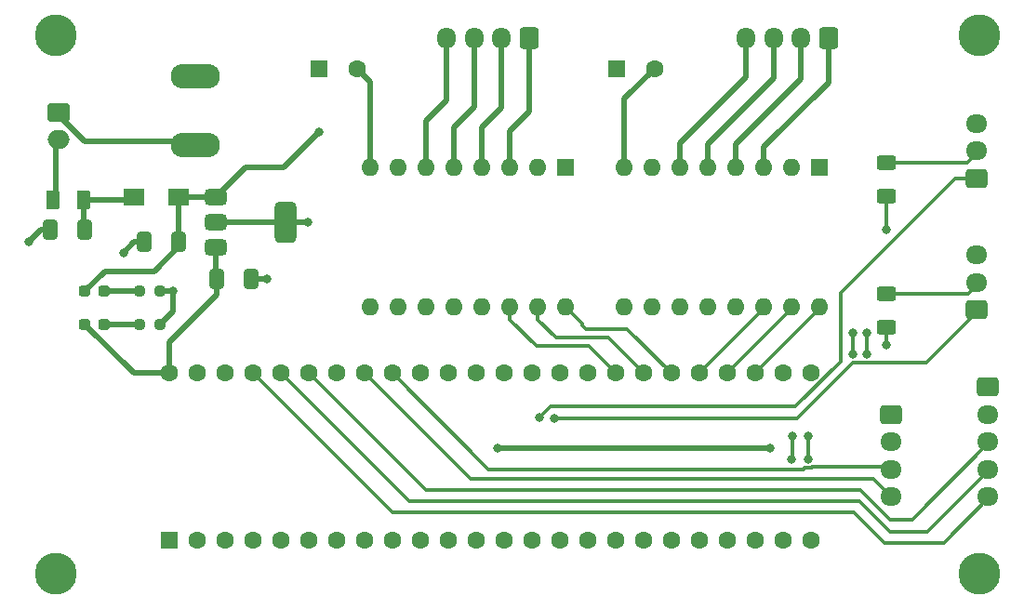
<source format=gbr>
%TF.GenerationSoftware,KiCad,Pcbnew,9.0.0*%
%TF.CreationDate,2025-03-09T21:01:43-04:00*%
%TF.ProjectId,RobocupSwinderPCB,526f626f-6375-4705-9377-696e64657250,1*%
%TF.SameCoordinates,Original*%
%TF.FileFunction,Copper,L1,Top*%
%TF.FilePolarity,Positive*%
%FSLAX46Y46*%
G04 Gerber Fmt 4.6, Leading zero omitted, Abs format (unit mm)*
G04 Created by KiCad (PCBNEW 9.0.0) date 2025-03-09 21:01:43*
%MOMM*%
%LPD*%
G01*
G04 APERTURE LIST*
G04 Aperture macros list*
%AMRoundRect*
0 Rectangle with rounded corners*
0 $1 Rounding radius*
0 $2 $3 $4 $5 $6 $7 $8 $9 X,Y pos of 4 corners*
0 Add a 4 corners polygon primitive as box body*
4,1,4,$2,$3,$4,$5,$6,$7,$8,$9,$2,$3,0*
0 Add four circle primitives for the rounded corners*
1,1,$1+$1,$2,$3*
1,1,$1+$1,$4,$5*
1,1,$1+$1,$6,$7*
1,1,$1+$1,$8,$9*
0 Add four rect primitives between the rounded corners*
20,1,$1+$1,$2,$3,$4,$5,0*
20,1,$1+$1,$4,$5,$6,$7,0*
20,1,$1+$1,$6,$7,$8,$9,0*
20,1,$1+$1,$8,$9,$2,$3,0*%
G04 Aperture macros list end*
%TA.AperFunction,ComponentPad*%
%ADD10RoundRect,0.250000X0.725000X-0.600000X0.725000X0.600000X-0.725000X0.600000X-0.725000X-0.600000X0*%
%TD*%
%TA.AperFunction,ComponentPad*%
%ADD11O,1.950000X1.700000*%
%TD*%
%TA.AperFunction,SMDPad,CuDef*%
%ADD12RoundRect,0.250000X0.625000X-0.400000X0.625000X0.400000X-0.625000X0.400000X-0.625000X-0.400000X0*%
%TD*%
%TA.AperFunction,ComponentPad*%
%ADD13R,1.600000X1.600000*%
%TD*%
%TA.AperFunction,ComponentPad*%
%ADD14C,1.600000*%
%TD*%
%TA.AperFunction,SMDPad,CuDef*%
%ADD15RoundRect,0.237500X0.287500X0.237500X-0.287500X0.237500X-0.287500X-0.237500X0.287500X-0.237500X0*%
%TD*%
%TA.AperFunction,ComponentPad*%
%ADD16C,3.800000*%
%TD*%
%TA.AperFunction,SMDPad,CuDef*%
%ADD17RoundRect,0.237500X-0.250000X-0.237500X0.250000X-0.237500X0.250000X0.237500X-0.250000X0.237500X0*%
%TD*%
%TA.AperFunction,ComponentPad*%
%ADD18RoundRect,0.250000X-0.725000X0.600000X-0.725000X-0.600000X0.725000X-0.600000X0.725000X0.600000X0*%
%TD*%
%TA.AperFunction,ComponentPad*%
%ADD19RoundRect,0.250000X-0.750000X0.600000X-0.750000X-0.600000X0.750000X-0.600000X0.750000X0.600000X0*%
%TD*%
%TA.AperFunction,ComponentPad*%
%ADD20O,2.000000X1.700000*%
%TD*%
%TA.AperFunction,ComponentPad*%
%ADD21O,1.600000X1.600000*%
%TD*%
%TA.AperFunction,ComponentPad*%
%ADD22O,4.500000X2.250000*%
%TD*%
%TA.AperFunction,SMDPad,CuDef*%
%ADD23R,1.900000X1.500000*%
%TD*%
%TA.AperFunction,ComponentPad*%
%ADD24RoundRect,0.250000X0.600000X0.725000X-0.600000X0.725000X-0.600000X-0.725000X0.600000X-0.725000X0*%
%TD*%
%TA.AperFunction,ComponentPad*%
%ADD25O,1.700000X1.950000*%
%TD*%
%TA.AperFunction,SMDPad,CuDef*%
%ADD26RoundRect,0.250000X-0.412500X-0.650000X0.412500X-0.650000X0.412500X0.650000X-0.412500X0.650000X0*%
%TD*%
%TA.AperFunction,SMDPad,CuDef*%
%ADD27RoundRect,0.375000X-0.625000X-0.375000X0.625000X-0.375000X0.625000X0.375000X-0.625000X0.375000X0*%
%TD*%
%TA.AperFunction,SMDPad,CuDef*%
%ADD28RoundRect,0.500000X-0.500000X-1.400000X0.500000X-1.400000X0.500000X1.400000X-0.500000X1.400000X0*%
%TD*%
%TA.AperFunction,SMDPad,CuDef*%
%ADD29RoundRect,0.250000X0.412500X0.650000X-0.412500X0.650000X-0.412500X-0.650000X0.412500X-0.650000X0*%
%TD*%
%TA.AperFunction,SMDPad,CuDef*%
%ADD30RoundRect,0.250000X-0.375000X-0.625000X0.375000X-0.625000X0.375000X0.625000X-0.375000X0.625000X0*%
%TD*%
%TA.AperFunction,ViaPad*%
%ADD31C,0.800000*%
%TD*%
%TA.AperFunction,Conductor*%
%ADD32C,0.300000*%
%TD*%
%TA.AperFunction,Conductor*%
%ADD33C,0.500000*%
%TD*%
G04 APERTURE END LIST*
D10*
%TO.P,SW2,1,C*%
%TO.N,/LSEnd_Pin_8*%
X177300000Y-91000000D03*
D11*
%TO.P,SW2,2,NO*%
%TO.N,/NO_LS2*%
X177300000Y-88500000D03*
%TO.P,SW2,3,NC*%
%TO.N,GND*%
X177300000Y-86000000D03*
%TD*%
D12*
%TO.P,R1,1*%
%TO.N,+3.3V*%
X169075000Y-80650000D03*
%TO.P,R1,2*%
%TO.N,/NO_LS1*%
X169075000Y-77550000D03*
%TD*%
D13*
%TO.P,C2,1*%
%TO.N,VCC*%
X144500000Y-69000000D03*
D14*
%TO.P,C2,2*%
%TO.N,Net-(A2-VMOT)*%
X148000000Y-69000000D03*
%TD*%
D10*
%TO.P,SW1,1,C*%
%TO.N,/LSStart_Pin_7*%
X177300000Y-79000000D03*
D11*
%TO.P,SW1,2,NO*%
%TO.N,/NO_LS1*%
X177300000Y-76500000D03*
%TO.P,SW1,3,NC*%
%TO.N,GND*%
X177300000Y-74000000D03*
%TD*%
D15*
%TO.P,D1,1,K*%
%TO.N,Net-(D1-K)*%
X97862500Y-89300000D03*
%TO.P,D1,2,A*%
%TO.N,VCC*%
X96112500Y-89300000D03*
%TD*%
D16*
%TO.P,H4,1,1*%
%TO.N,GND*%
X93500000Y-115000000D03*
%TD*%
D17*
%TO.P,R3,1*%
%TO.N,Net-(D1-K)*%
X101075000Y-89300000D03*
%TO.P,R3,2*%
%TO.N,GND*%
X102900000Y-89300000D03*
%TD*%
D18*
%TO.P,LCD1,1,GND*%
%TO.N,GND*%
X169500000Y-100500000D03*
D11*
%TO.P,LCD1,2,VCC*%
%TO.N,+5V*%
X169500000Y-103000000D03*
%TO.P,LCD1,3,SDA*%
%TO.N,/LCD_SDA_Pin_18*%
X169500000Y-105500000D03*
%TO.P,LCD1,4,SCL*%
%TO.N,/LCD_SCL_Pin_19*%
X169500000Y-108000000D03*
%TD*%
D16*
%TO.P,H2,1,1*%
%TO.N,GND*%
X177500000Y-66000000D03*
%TD*%
D19*
%TO.P,SW3,1,A*%
%TO.N,Net-(SW3-A)*%
X93700000Y-73000000D03*
D20*
%TO.P,SW3,2,B*%
%TO.N,Net-(SW3-B)*%
X93700000Y-75500000D03*
%TD*%
D13*
%TO.P,U1,1,GND*%
%TO.N,GND*%
X103800000Y-111990000D03*
D14*
%TO.P,U1,2,0_RX1_CRX2_CS1*%
%TO.N,unconnected-(U1-0_RX1_CRX2_CS1-Pad2)*%
X106340000Y-111990000D03*
%TO.P,U1,3,1_TX1_CTX2_MISO1*%
%TO.N,unconnected-(U1-1_TX1_CTX2_MISO1-Pad3)*%
X108880000Y-111990000D03*
%TO.P,U1,4,2_OUT2*%
%TO.N,unconnected-(U1-2_OUT2-Pad4)*%
X111420000Y-111990000D03*
%TO.P,U1,5,3_LRCLK2*%
%TO.N,unconnected-(U1-3_LRCLK2-Pad5)*%
X113960000Y-111990000D03*
%TO.P,U1,6,4_BCLK2*%
%TO.N,unconnected-(U1-4_BCLK2-Pad6)*%
X116500000Y-111990000D03*
%TO.P,U1,7,5_IN2*%
%TO.N,/LSStart_Pin_7*%
X119040000Y-111990000D03*
%TO.P,U1,8,6_OUT1D*%
%TO.N,/LSEnd_Pin_8*%
X121580000Y-111990000D03*
%TO.P,U1,9,7_RX2_OUT1A*%
%TO.N,unconnected-(U1-7_RX2_OUT1A-Pad9)*%
X124120000Y-111990000D03*
%TO.P,U1,10,8_TX2_IN1*%
%TO.N,unconnected-(U1-8_TX2_IN1-Pad10)*%
X126660000Y-111990000D03*
%TO.P,U1,11,9_OUT1C*%
%TO.N,unconnected-(U1-9_OUT1C-Pad11)*%
X129200000Y-111990000D03*
%TO.P,U1,12,10_CS_MQSR*%
%TO.N,unconnected-(U1-10_CS_MQSR-Pad12)*%
X131740000Y-111990000D03*
%TO.P,U1,13,11_MOSI_CTX1*%
%TO.N,unconnected-(U1-11_MOSI_CTX1-Pad13)*%
X134280000Y-111990000D03*
%TO.P,U1,14,12_MISO_MQSL*%
%TO.N,unconnected-(U1-12_MISO_MQSL-Pad14)*%
X136820000Y-111990000D03*
%TO.P,U1,15,3V3*%
%TO.N,unconnected-(U1-3V3-Pad15)*%
X139360000Y-111990000D03*
%TO.P,U1,16,24_A10_TX6_SCL2*%
%TO.N,unconnected-(U1-24_A10_TX6_SCL2-Pad16)*%
X141900000Y-111990000D03*
%TO.P,U1,17,25_A11_RX6_SDA2*%
%TO.N,unconnected-(U1-25_A11_RX6_SDA2-Pad17)*%
X144440000Y-111990000D03*
%TO.P,U1,18,26_A12_MOSI1*%
%TO.N,unconnected-(U1-26_A12_MOSI1-Pad18)*%
X146980000Y-111990000D03*
%TO.P,U1,19,27_A13_SCK1*%
%TO.N,unconnected-(U1-27_A13_SCK1-Pad19)*%
X149520000Y-111990000D03*
%TO.P,U1,20,28_RX7*%
%TO.N,unconnected-(U1-28_RX7-Pad20)*%
X152060000Y-111990000D03*
%TO.P,U1,21,29_TX7*%
%TO.N,/Feed_FLT_Pin_21*%
X154600000Y-111990000D03*
%TO.P,U1,22,30_CRX3*%
%TO.N,/Coil_FLT_Pin_22*%
X157140000Y-111990000D03*
%TO.P,U1,23,31_CTX3*%
%TO.N,unconnected-(U1-31_CTX3-Pad23)*%
X159680000Y-111990000D03*
%TO.P,U1,24,32_OUT1B*%
%TO.N,unconnected-(U1-32_OUT1B-Pad24)*%
X162220000Y-111990000D03*
%TO.P,U1,25,33_MCLK2*%
%TO.N,unconnected-(U1-33_MCLK2-Pad25)*%
X162220000Y-96750000D03*
%TO.P,U1,26,34_RX8*%
%TO.N,unconnected-(U1-34_RX8-Pad26)*%
X159680000Y-96750000D03*
%TO.P,U1,27,35_TX8*%
%TO.N,/Coil_DIR_Pin_35*%
X157140000Y-96750000D03*
%TO.P,U1,28,36_CS*%
%TO.N,/Coil_STEP_Pin_36*%
X154600000Y-96750000D03*
%TO.P,U1,29,37_CS*%
%TO.N,/Coil_SLP_Pin_37*%
X152060000Y-96750000D03*
%TO.P,U1,30,38_CS1_IN1*%
%TO.N,/Feed_DIR_Pin_38*%
X149520000Y-96750000D03*
%TO.P,U1,31,39_MISO1_OUT1A*%
%TO.N,/Feed_STEP_Pin_39*%
X146980000Y-96750000D03*
%TO.P,U1,32,40_A16*%
%TO.N,/Feed_SLP_Pin_40*%
X144440000Y-96750000D03*
%TO.P,U1,33,41_A17*%
%TO.N,unconnected-(U1-41_A17-Pad33)*%
X141900000Y-96750000D03*
%TO.P,U1,34,GND*%
%TO.N,unconnected-(U1-GND-Pad34)*%
X139360000Y-96750000D03*
%TO.P,U1,35,13_SCK_LED*%
%TO.N,unconnected-(U1-13_SCK_LED-Pad35)*%
X136820000Y-96750000D03*
%TO.P,U1,36,14_A0_TX3_SPDIF_OUT*%
%TO.N,unconnected-(U1-14_A0_TX3_SPDIF_OUT-Pad36)*%
X134280000Y-96750000D03*
%TO.P,U1,37,15_A1_RX3_SPDIF_IN*%
%TO.N,unconnected-(U1-15_A1_RX3_SPDIF_IN-Pad37)*%
X131740000Y-96750000D03*
%TO.P,U1,38,16_A2_RX4_SCL1*%
%TO.N,unconnected-(U1-16_A2_RX4_SCL1-Pad38)*%
X129200000Y-96750000D03*
%TO.P,U1,39,17_A3_TX4_SDA1*%
%TO.N,unconnected-(U1-17_A3_TX4_SDA1-Pad39)*%
X126660000Y-96750000D03*
%TO.P,U1,40,18_A4_SDA*%
%TO.N,/LCD_SDA_Pin_18*%
X124120000Y-96750000D03*
%TO.P,U1,41,19_A5_SCL*%
%TO.N,/LCD_SCL_Pin_19*%
X121580000Y-96750000D03*
%TO.P,U1,42,20_A6_TX5_LRCLK1*%
%TO.N,unconnected-(U1-20_A6_TX5_LRCLK1-Pad42)*%
X119040000Y-96750000D03*
%TO.P,U1,43,21_A7_RX5_BCLK1*%
%TO.N,/RE_SW_Pin_21*%
X116500000Y-96750000D03*
%TO.P,U1,44,22_A8_CTX1*%
%TO.N,/RE_DT_Pin_22*%
X113960000Y-96750000D03*
%TO.P,U1,45,23_A9_CRX1_MCLK1*%
%TO.N,/RE_CLK_Pin_23*%
X111420000Y-96750000D03*
%TO.P,U1,46,3V3*%
%TO.N,+3.3V*%
X108880000Y-96750000D03*
%TO.P,U1,47,GND*%
%TO.N,GND*%
X106340000Y-96750000D03*
%TO.P,U1,48,VIN*%
%TO.N,+5V*%
X103800000Y-96750000D03*
%TD*%
D13*
%TO.P,A2,1,GND*%
%TO.N,GND*%
X163000000Y-78000000D03*
D21*
%TO.P,A2,2,~{FLT}*%
%TO.N,/Coil_FLT_Pin_22*%
X160460000Y-78000000D03*
%TO.P,A2,3,A2*%
%TO.N,Net-(A2-A2)*%
X157920000Y-78000000D03*
%TO.P,A2,4,A1*%
%TO.N,Net-(A2-A1)*%
X155380000Y-78000000D03*
%TO.P,A2,5,B1*%
%TO.N,Net-(A2-B1)*%
X152840000Y-78000000D03*
%TO.P,A2,6,B2*%
%TO.N,Net-(A2-B2)*%
X150300000Y-78000000D03*
%TO.P,A2,7,GND*%
%TO.N,GND*%
X147760000Y-78000000D03*
%TO.P,A2,8,VMOT*%
%TO.N,Net-(A2-VMOT)*%
X145220000Y-78000000D03*
%TO.P,A2,9,~{EN}*%
%TO.N,unconnected-(A2-~{EN}-Pad9)*%
X145220000Y-90700000D03*
%TO.P,A2,10,M0*%
%TO.N,GND*%
X147760000Y-90700000D03*
%TO.P,A2,11,M1*%
X150300000Y-90700000D03*
%TO.P,A2,12,M2*%
X152840000Y-90700000D03*
%TO.P,A2,13,~{RST}*%
%TO.N,+5V*%
X155380000Y-90700000D03*
%TO.P,A2,14,~{SLP}*%
%TO.N,/Coil_SLP_Pin_37*%
X157920000Y-90700000D03*
%TO.P,A2,15,STEP*%
%TO.N,/Coil_STEP_Pin_36*%
X160460000Y-90700000D03*
%TO.P,A2,16,DIR*%
%TO.N,/Coil_DIR_Pin_35*%
X163000000Y-90700000D03*
%TD*%
D22*
%TO.P,J1,1*%
%TO.N,Net-(SW3-A)*%
X106200000Y-76000000D03*
%TO.P,J1,2*%
%TO.N,GND*%
X106200000Y-69700000D03*
%TD*%
D23*
%TO.P,L1,1,1*%
%TO.N,Net-(C3-Pad1)*%
X100550000Y-80700000D03*
%TO.P,L1,2,2*%
%TO.N,VCC*%
X104650000Y-80700000D03*
%TD*%
D24*
%TO.P,M2,1*%
%TO.N,Net-(A2-A2)*%
X163800000Y-66225000D03*
D25*
%TO.P,M2,2,-*%
%TO.N,Net-(A2-A1)*%
X161300000Y-66225000D03*
%TO.P,M2,3*%
%TO.N,Net-(A2-B1)*%
X158800000Y-66225000D03*
%TO.P,M2,4*%
%TO.N,Net-(A2-B2)*%
X156300000Y-66225000D03*
%TD*%
D26*
%TO.P,C5,1*%
%TO.N,+5V*%
X108137500Y-88200000D03*
%TO.P,C5,2*%
%TO.N,GND*%
X111262500Y-88200000D03*
%TD*%
D27*
%TO.P,U3,1,VI*%
%TO.N,VCC*%
X108050000Y-80700000D03*
%TO.P,U3,2,GND*%
%TO.N,GND*%
X108050000Y-83000000D03*
%TO.P,U3,3,VO*%
%TO.N,+5V*%
X108050000Y-85300000D03*
D28*
%TO.P,U3,4,GND*%
%TO.N,GND*%
X114350000Y-83000000D03*
%TD*%
D16*
%TO.P,H3,1,1*%
%TO.N,GND*%
X177500000Y-115000000D03*
%TD*%
D13*
%TO.P,C1,1*%
%TO.N,VCC*%
X117397349Y-69000000D03*
D14*
%TO.P,C1,2*%
%TO.N,Net-(A1-VMOT)*%
X120897349Y-69000000D03*
%TD*%
D24*
%TO.P,M1,1*%
%TO.N,Net-(A1-A2)*%
X136550000Y-66225000D03*
D25*
%TO.P,M1,2,-*%
%TO.N,Net-(A1-A1)*%
X134050000Y-66225000D03*
%TO.P,M1,3*%
%TO.N,Net-(A1-B1)*%
X131550000Y-66225000D03*
%TO.P,M1,4*%
%TO.N,Net-(A1-B2)*%
X129050000Y-66225000D03*
%TD*%
D18*
%TO.P,RE1,1,GND*%
%TO.N,GND*%
X178300000Y-98000000D03*
D11*
%TO.P,RE1,2,VCC*%
%TO.N,+3.3V*%
X178300000Y-100500000D03*
%TO.P,RE1,3,CLK*%
%TO.N,/RE_SW_Pin_21*%
X178300000Y-103000000D03*
%TO.P,RE1,4,DT*%
%TO.N,/RE_DT_Pin_22*%
X178300000Y-105500000D03*
%TO.P,RE1,5,SW*%
%TO.N,/RE_CLK_Pin_23*%
X178300000Y-108000000D03*
%TD*%
D12*
%TO.P,R2,1*%
%TO.N,+3.3V*%
X169075000Y-92600000D03*
%TO.P,R2,2*%
%TO.N,/NO_LS2*%
X169075000Y-89500000D03*
%TD*%
D29*
%TO.P,C4,1*%
%TO.N,VCC*%
X104662500Y-84800000D03*
%TO.P,C4,2*%
%TO.N,GND*%
X101537500Y-84800000D03*
%TD*%
D30*
%TO.P,F1,1*%
%TO.N,Net-(SW3-B)*%
X93200000Y-81000000D03*
%TO.P,F1,2*%
%TO.N,Net-(C3-Pad1)*%
X96000000Y-81000000D03*
%TD*%
D29*
%TO.P,C3,1*%
%TO.N,Net-(C3-Pad1)*%
X96062500Y-83700000D03*
%TO.P,C3,2*%
%TO.N,GND*%
X92937500Y-83700000D03*
%TD*%
D17*
%TO.P,R4,1*%
%TO.N,Net-(D2-K)*%
X101075000Y-92300000D03*
%TO.P,R4,2*%
%TO.N,GND*%
X102900000Y-92300000D03*
%TD*%
D15*
%TO.P,D2,1,K*%
%TO.N,Net-(D2-K)*%
X97862500Y-92300000D03*
%TO.P,D2,2,A*%
%TO.N,+5V*%
X96112500Y-92300000D03*
%TD*%
D13*
%TO.P,A1,1,GND*%
%TO.N,GND*%
X139890000Y-78000000D03*
D21*
%TO.P,A1,2,~{FLT}*%
%TO.N,/Feed_FLT_Pin_21*%
X137350000Y-78000000D03*
%TO.P,A1,3,A2*%
%TO.N,Net-(A1-A2)*%
X134810000Y-78000000D03*
%TO.P,A1,4,A1*%
%TO.N,Net-(A1-A1)*%
X132270000Y-78000000D03*
%TO.P,A1,5,B1*%
%TO.N,Net-(A1-B1)*%
X129730000Y-78000000D03*
%TO.P,A1,6,B2*%
%TO.N,Net-(A1-B2)*%
X127190000Y-78000000D03*
%TO.P,A1,7,GND*%
%TO.N,GND*%
X124650000Y-78000000D03*
%TO.P,A1,8,VMOT*%
%TO.N,Net-(A1-VMOT)*%
X122110000Y-78000000D03*
%TO.P,A1,9,~{EN}*%
%TO.N,unconnected-(A1-~{EN}-Pad9)*%
X122110000Y-90700000D03*
%TO.P,A1,10,M0*%
%TO.N,+5V*%
X124650000Y-90700000D03*
%TO.P,A1,11,M1*%
%TO.N,GND*%
X127190000Y-90700000D03*
%TO.P,A1,12,M2*%
X129730000Y-90700000D03*
%TO.P,A1,13,~{RST}*%
%TO.N,+5V*%
X132270000Y-90700000D03*
%TO.P,A1,14,~{SLP}*%
%TO.N,/Feed_SLP_Pin_40*%
X134810000Y-90700000D03*
%TO.P,A1,15,STEP*%
%TO.N,/Feed_STEP_Pin_39*%
X137350000Y-90700000D03*
%TO.P,A1,16,DIR*%
%TO.N,/Feed_DIR_Pin_38*%
X139890000Y-90700000D03*
%TD*%
D16*
%TO.P,H1,1,1*%
%TO.N,GND*%
X93500000Y-66000000D03*
%TD*%
D31*
%TO.N,/Coil_FLT_Pin_22*%
X167300000Y-93100000D03*
%TO.N,GND*%
X104100000Y-89300000D03*
X91000000Y-84800000D03*
X116400000Y-83000000D03*
X99600000Y-85800000D03*
X112700000Y-88200000D03*
%TO.N,/Feed_FLT_Pin_21*%
X166000000Y-93100000D03*
X165986723Y-95018562D03*
X160500000Y-102450000D03*
X160450000Y-104550000D03*
%TO.N,+5V*%
X158500000Y-103600000D03*
X133650000Y-103600000D03*
%TO.N,/Coil_FLT_Pin_22*%
X167300000Y-95000000D03*
X161950000Y-104600000D03*
X161950000Y-102450000D03*
%TO.N,VCC*%
X117400000Y-74800000D03*
%TO.N,+3.3V*%
X169100000Y-83700000D03*
X169100000Y-94150000D03*
%TO.N,/LSStart_Pin_7*%
X137500000Y-100800000D03*
%TO.N,/LSEnd_Pin_8*%
X138800000Y-100900000D03*
%TD*%
D32*
%TO.N,/LSEnd_Pin_8*%
X166030438Y-95769562D02*
X172730438Y-95769562D01*
X172730438Y-95769562D02*
X177500000Y-91000000D01*
X138800000Y-100900000D02*
X160900000Y-100900000D01*
X160900000Y-100900000D02*
X166030438Y-95769562D01*
%TO.N,/LSStart_Pin_7*%
X175300000Y-79000000D02*
X177500000Y-79000000D01*
X164900000Y-95696346D02*
X164900000Y-89400000D01*
X160796346Y-99800000D02*
X164900000Y-95696346D01*
X138500000Y-99800000D02*
X160796346Y-99800000D01*
X137500000Y-100800000D02*
X138500000Y-99800000D01*
X164900000Y-89400000D02*
X175300000Y-79000000D01*
%TO.N,/LCD_SDA_Pin_18*%
X132870000Y-105500000D02*
X124120000Y-96750000D01*
X161638925Y-105351000D02*
X161489925Y-105500000D01*
X161489925Y-105500000D02*
X132870000Y-105500000D01*
X162261075Y-105351000D02*
X161638925Y-105351000D01*
X169300000Y-105300000D02*
X162312075Y-105300000D01*
X162312075Y-105300000D02*
X162261075Y-105351000D01*
X169500000Y-105500000D02*
X169300000Y-105300000D01*
%TO.N,/LCD_SCL_Pin_19*%
X131230000Y-106400000D02*
X121580000Y-96750000D01*
X167900000Y-106400000D02*
X131230000Y-106400000D01*
X169500000Y-108000000D02*
X167900000Y-106400000D01*
D33*
%TO.N,Net-(A1-VMOT)*%
X122110000Y-70212651D02*
X120897349Y-69000000D01*
X122110000Y-78000000D02*
X122110000Y-70212651D01*
%TO.N,Net-(A1-A2)*%
X136550000Y-72950000D02*
X136550000Y-66025000D01*
X134810000Y-74690000D02*
X136550000Y-72950000D01*
X134810000Y-78000000D02*
X134810000Y-74690000D01*
%TO.N,Net-(A1-B1)*%
X129730000Y-78000000D02*
X129730000Y-74370000D01*
X131600000Y-72500000D02*
X131550000Y-72450000D01*
X129730000Y-74370000D02*
X131600000Y-72500000D01*
X131550000Y-72450000D02*
X131550000Y-66025000D01*
%TO.N,GND*%
X92937500Y-83700000D02*
X92100000Y-83700000D01*
X102900000Y-89300000D02*
X104100000Y-89300000D01*
X104100000Y-91100000D02*
X104100000Y-89300000D01*
X114350000Y-83000000D02*
X116400000Y-83000000D01*
X102900000Y-92300000D02*
X104100000Y-91100000D01*
X111262500Y-88200000D02*
X112700000Y-88200000D01*
X101537500Y-84800000D02*
X100600000Y-84800000D01*
X108050000Y-83000000D02*
X114350000Y-83000000D01*
X92100000Y-83700000D02*
X91000000Y-84800000D01*
X100600000Y-84800000D02*
X99600000Y-85800000D01*
%TO.N,Net-(A1-A1)*%
X132270000Y-74330000D02*
X134050000Y-72550000D01*
X132270000Y-78000000D02*
X132270000Y-74330000D01*
X134050000Y-72550000D02*
X134050000Y-66025000D01*
D32*
%TO.N,/Feed_SLP_Pin_40*%
X141990000Y-94300000D02*
X137200000Y-94300000D01*
X137200000Y-94300000D02*
X134810000Y-91910000D01*
X134810000Y-91910000D02*
X134810000Y-90700000D01*
X144440000Y-96750000D02*
X141990000Y-94300000D01*
D33*
%TO.N,Net-(A1-B2)*%
X127190000Y-78000000D02*
X127190000Y-73810000D01*
X129050000Y-71950000D02*
X129050000Y-66025000D01*
X127190000Y-73810000D02*
X129050000Y-71950000D01*
D32*
%TO.N,/Feed_FLT_Pin_21*%
X160500000Y-102450000D02*
X160500000Y-104500000D01*
X166000000Y-95005285D02*
X165986723Y-95018562D01*
X160500000Y-104500000D02*
X160450000Y-104550000D01*
X166000000Y-93100000D02*
X166000000Y-95005285D01*
D33*
%TO.N,+5V*%
X96112500Y-92300000D02*
X100562500Y-96750000D01*
X133650000Y-103600000D02*
X158500000Y-103600000D01*
X108137500Y-89562500D02*
X103800000Y-93900000D01*
X108137500Y-88200000D02*
X108137500Y-89562500D01*
X100562500Y-96750000D02*
X103800000Y-96750000D01*
X108050000Y-85300000D02*
X108050000Y-88112500D01*
X103800000Y-93900000D02*
X103800000Y-96750000D01*
X108050000Y-88112500D02*
X108137500Y-88200000D01*
D32*
%TO.N,/Coil_FLT_Pin_22*%
X161950000Y-102450000D02*
X161950000Y-104600000D01*
D33*
%TO.N,Net-(A2-A2)*%
X163800000Y-70300000D02*
X163800000Y-66025000D01*
X157920000Y-78000000D02*
X157920000Y-76180000D01*
X157920000Y-76180000D02*
X163800000Y-70300000D01*
%TO.N,Net-(A2-A1)*%
X161300000Y-70000000D02*
X161300000Y-66025000D01*
X155380000Y-75920000D02*
X161300000Y-70000000D01*
X155380000Y-78000000D02*
X155380000Y-75920000D01*
D32*
%TO.N,/Coil_STEP_Pin_36*%
X160460000Y-90890000D02*
X160460000Y-90700000D01*
X154600000Y-96750000D02*
X160460000Y-90890000D01*
D33*
%TO.N,Net-(A2-B2)*%
X150300000Y-78000000D02*
X150300000Y-75800000D01*
X156300000Y-69800000D02*
X156300000Y-66025000D01*
X150300000Y-75800000D02*
X156300000Y-69800000D01*
%TO.N,Net-(A2-B1)*%
X152840000Y-78000000D02*
X152840000Y-75860000D01*
X152840000Y-75860000D02*
X158800000Y-69900000D01*
X158800000Y-69900000D02*
X158800000Y-66025000D01*
%TO.N,Net-(A2-VMOT)*%
X145220000Y-71780000D02*
X148000000Y-69000000D01*
X145220000Y-78000000D02*
X145220000Y-71780000D01*
%TO.N,VCC*%
X110900000Y-78000000D02*
X114200000Y-78000000D01*
X110750000Y-78000000D02*
X110900000Y-78000000D01*
X96112500Y-89300000D02*
X97912500Y-87500000D01*
X102400000Y-87500000D02*
X104662500Y-85237500D01*
X104650000Y-80700000D02*
X108050000Y-80700000D01*
X104662500Y-85237500D02*
X104662500Y-84800000D01*
X104662500Y-80712500D02*
X104650000Y-80700000D01*
X144500000Y-69500000D02*
X144500000Y-69000000D01*
X97912500Y-87500000D02*
X102400000Y-87500000D01*
X114200000Y-78000000D02*
X117400000Y-74800000D01*
X108050000Y-80700000D02*
X110750000Y-78000000D01*
X104662500Y-84800000D02*
X104662500Y-80712500D01*
%TO.N,Net-(C3-Pad1)*%
X96000000Y-81000000D02*
X100250000Y-81000000D01*
X100250000Y-81000000D02*
X100550000Y-80700000D01*
X96000000Y-83637500D02*
X96062500Y-83700000D01*
X96000000Y-81000000D02*
X96000000Y-83637500D01*
%TO.N,Net-(D1-K)*%
X97862500Y-89300000D02*
X101075000Y-89300000D01*
%TO.N,Net-(D2-K)*%
X97862500Y-92300000D02*
X101075000Y-92300000D01*
%TO.N,Net-(SW3-B)*%
X93500000Y-75500000D02*
X93500000Y-80700000D01*
X93500000Y-80700000D02*
X93200000Y-81000000D01*
%TO.N,Net-(SW3-A)*%
X106200000Y-75600000D02*
X96100000Y-75600000D01*
X96100000Y-75600000D02*
X93500000Y-73000000D01*
D32*
%TO.N,/NO_LS1*%
X176450000Y-77550000D02*
X177500000Y-76500000D01*
X169075000Y-77550000D02*
X176450000Y-77550000D01*
%TO.N,+3.3V*%
X169100000Y-92625000D02*
X169075000Y-92600000D01*
X169100000Y-83200000D02*
X169075000Y-83175000D01*
X169100000Y-83700000D02*
X169100000Y-83200000D01*
X169075000Y-83175000D02*
X169075000Y-80650000D01*
X169100000Y-94150000D02*
X169100000Y-92625000D01*
%TO.N,/RE_SW_Pin_21*%
X171400000Y-110100000D02*
X169400000Y-110100000D01*
X169400000Y-110100000D02*
X166700000Y-107400000D01*
X178500000Y-103000000D02*
X171400000Y-110100000D01*
X166700000Y-107400000D02*
X127150000Y-107400000D01*
X127150000Y-107400000D02*
X116500000Y-96750000D01*
%TO.N,/RE_DT_Pin_22*%
X125610000Y-108400000D02*
X113960000Y-96750000D01*
X172800000Y-111200000D02*
X169400000Y-111200000D01*
X178500000Y-105500000D02*
X172800000Y-111200000D01*
X169400000Y-111200000D02*
X166600000Y-108400000D01*
X166600000Y-108400000D02*
X125610000Y-108400000D01*
%TO.N,/RE_CLK_Pin_23*%
X178500000Y-108000000D02*
X174300000Y-112200000D01*
X124070000Y-109400000D02*
X111420000Y-96750000D01*
X174300000Y-112200000D02*
X168900000Y-112200000D01*
X166100000Y-109400000D02*
X124070000Y-109400000D01*
X168900000Y-112200000D02*
X166100000Y-109400000D01*
%TO.N,/Coil_SLP_Pin_37*%
X157920000Y-90890000D02*
X157920000Y-90700000D01*
X152060000Y-96750000D02*
X157920000Y-90890000D01*
%TO.N,/Coil_DIR_Pin_35*%
X163000000Y-90890000D02*
X163000000Y-90700000D01*
X157140000Y-96750000D02*
X163000000Y-90890000D01*
%TO.N,/Feed_STEP_Pin_39*%
X146980000Y-96750000D02*
X143730000Y-93500000D01*
X143730000Y-93500000D02*
X139000000Y-93500000D01*
X137350000Y-91850000D02*
X137350000Y-90700000D01*
X139000000Y-93500000D02*
X137350000Y-91850000D01*
%TO.N,/Feed_DIR_Pin_38*%
X141400000Y-92210000D02*
X139890000Y-90700000D01*
X141400000Y-92400000D02*
X141400000Y-92210000D01*
X145470000Y-92700000D02*
X141700000Y-92700000D01*
X149520000Y-96750000D02*
X145470000Y-92700000D01*
X141700000Y-92700000D02*
X141400000Y-92400000D01*
%TO.N,/NO_LS2*%
X169075000Y-89500000D02*
X176500000Y-89500000D01*
X176500000Y-89500000D02*
X177500000Y-88500000D01*
%TO.N,/Coil_FLT_Pin_22*%
X167300000Y-93100000D02*
X167300000Y-95000000D01*
%TD*%
M02*

</source>
